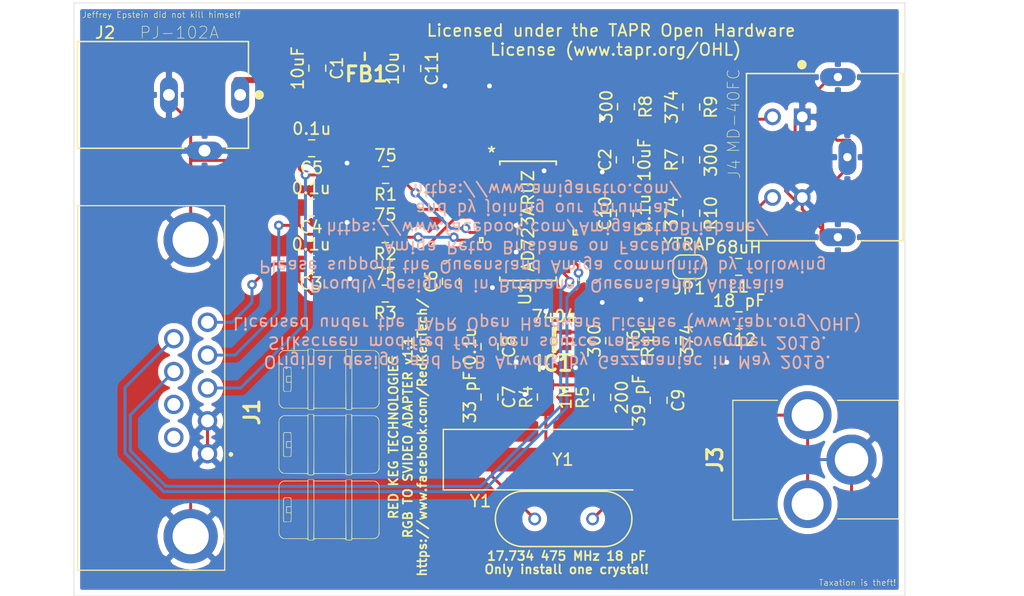
<source format=kicad_pcb>
(kicad_pcb (version 20171130) (host pcbnew 5.1.2-f72e74a~84~ubuntu16.04.1)
  (layers (0 F.Cu signal) (31 B.Cu signal) (34 B.Paste user) (35 F.Paste user) (36 B.SilkS user) (37 F.SilkS user) (38 B.Mask user) (39 F.Mask user hide) (44 Edge.Cuts user))
  (net 0 "")
  (net 1 GND)
  (net 2 +5V)
  (net 3 VCC)
  (net 4 /Blue)
  (net 5 /BIN)
  (net 6 /GIN)
  (net 7 /Green)
  (net 8 /Red)
  (net 9 /RIN)
  (net 10 "Net-(C7-Pad1)")
  (net 11 "Net-(C9-Pad2)")
  (net 12 /CLK)
  (net 13 /VSYNC)
  (net 14 /HSYNC)
  (net 15 /CV)
  (net 16 /Y)
  (net 17 /C)
  (net 18 /RT)
  (net 19 /GT)
  (net 20 /BT)
  (net 21 /CVSET)
  (net 22 "Net-(C12-Pad1)")
  (net 23 "Net-(IC1-Pad3)")
  (net 24 "Net-(J1-Pad7)")
  (net 25 "Net-(J1-Pad6)")
  (net 26 /YTRAP)
  (net 27 /YTRAP2)
  (net 28 /CSET)
  (net 29 /YSET)
  (module Gary_Collection:RedKeg1200 (layer F.Cu) (at 81.5 107.75 90)
    (fp_text reference G*** hide)
    (fp_text value LOGO hide)
  )
  (module Gary_Collection:RedKeg1200 (layer F.Cu) (at 81.5 102.25 90)
    (fp_text reference G*** hide)
    (fp_text value LOGO hide)
  )
  (module Gary_Collection:RedKeg1200 (layer F.Cu) (at 81.5 96.75 90)
    (fp_text reference G*** hide)
    (fp_text value LOGO hide)
  )
  (module Gary_Collection:CUI_PJ-102A (layer F.Cu) (at 67.5 72.75 180)
    (fp_text reference J2 (at 4.875 5.25) (layer F.SilkS) (effects (font (size 1.00069 1.00069))))
    (fp_text value PJ-102A (at -1.375 5.25) (layer F.SilkS) (effects (font (size 1.00033 1.00033) (thickness 0.05))))
    (fp_line (start -6 0.8) (end -7 0.8) (layer Edge.Cuts) (width 0.0001))
    (fp_line (start -7 0.8) (end -7 -0.8) (layer Edge.Cuts) (width 0.0001))
    (fp_line (start -7 -0.8) (end -6 -0.8) (layer Edge.Cuts) (width 0.0001))
    (fp_line (start -6 -0.8) (end -6 0.8) (layer Edge.Cuts) (width 0.0001))
    (fp_line (start 0 0.8) (end -1 0.8) (layer Edge.Cuts) (width 0.0001))
    (fp_line (start -1 0.8) (end -1 -0.8) (layer Edge.Cuts) (width 0.0001))
    (fp_line (start -1 -0.8) (end 0 -0.8) (layer Edge.Cuts) (width 0.0001))
    (fp_line (start 0 -0.8) (end 0 0.8) (layer Edge.Cuts) (width 0.0001))
    (fp_line (start -4.3 -4.2) (end -4.3 -5.2) (layer Edge.Cuts) (width 0.0001))
    (fp_line (start -4.3 -5.2) (end -2.7 -5.2) (layer Edge.Cuts) (width 0.0001))
    (fp_line (start -2.7 -5.2) (end -2.7 -4.2) (layer Edge.Cuts) (width 0.0001))
    (fp_line (start -2.7 -4.2) (end -4.3 -4.2) (layer Edge.Cuts) (width 0.0001))
    (pad 1 thru_hole oval (at -6.5 0 270) (size 3.016 1.508) (drill 1) (layers *.Cu *.Mask) (net 2 +5V))
    (pad 2 thru_hole oval (at -0.5 0 270) (size 3.016 1.508) (drill 1) (layers *.Cu *.Mask) (net 1 GND))
    (pad 3 thru_hole oval (at -3.5 -4.7) (size 3.016 1.508) (drill 1) (layers *.Cu *.Mask) (net 1 GND))
  )
  (module Gary_Collection:XTAL_HC49P488W43L1150T466H350 (layer F.Cu) (at 101.25 108.5)
    (fp_text reference XTAL_HC49P488W43L1150T466H350 hide)
    (fp_text value VAL** hide)
    (pad 2 thru_hole circle (at 2.44 0) (size 1.08 1.08) (drill 0.68) (layers *.Cu *.Mask) (net 11 "Net-(C9-Pad2)"))
    (pad 1 thru_hole circle (at -2.44 0) (size 1.08 1.08) (drill 0.68) (layers *.Cu *.Mask) (net 10 "Net-(C7-Pad1)"))
  )
  (module Capacitor_SMD:C_0805_2012Metric_Pad1.15x1.40mm_HandSolder (layer F.Cu) (at 80.5 70.5 270)
    (fp_text reference C1 (at 0 -1.65 90) (layer F.SilkS))
    (fp_text value 10uF (at 0 1.65 90) (layer F.SilkS))
    (pad 2 smd roundrect (at 1.025 0 270) (size 1.15 1.4) (layers F.Cu F.Paste F.Mask) (roundrect_rratio 0.217391) (net 1 GND))
    (pad 1 smd roundrect (at -1.025 0 270) (size 1.15 1.4) (layers F.Cu F.Paste F.Mask) (roundrect_rratio 0.217391) (net 2 +5V))
  )
  (module Capacitor_SMD:C_0805_2012Metric_Pad1.15x1.40mm_HandSolder (layer F.Cu) (at 106.4 78.225 90)
    (fp_text reference C2 (at 0 -1.65 90) (layer F.SilkS))
    (fp_text value 10uF (at 0 1.65 90) (layer F.SilkS))
    (pad 1 smd roundrect (at -1.025 0 90) (size 1.15 1.4) (layers F.Cu F.Paste F.Mask) (roundrect_rratio 0.217391) (net 3 VCC))
    (pad 2 smd roundrect (at 1.025 0 90) (size 1.15 1.4) (layers F.Cu F.Paste F.Mask) (roundrect_rratio 0.217391) (net 1 GND))
  )
  (module Capacitor_SMD:C_0805_2012Metric_Pad1.15x1.40mm_HandSolder (layer F.Cu) (at 79.975 87 180)
    (fp_text reference C3 (at 0 -1.65) (layer F.SilkS))
    (fp_text value 0.1u (at 0 1.65) (layer F.SilkS))
    (pad 2 smd roundrect (at 1.025 0 180) (size 1.15 1.4) (layers F.Cu F.Paste F.Mask) (roundrect_rratio 0.217391) (net 4 /Blue))
    (pad 1 smd roundrect (at -1.025 0 180) (size 1.15 1.4) (layers F.Cu F.Paste F.Mask) (roundrect_rratio 0.217391) (net 5 /BIN))
  )
  (module Capacitor_SMD:C_0805_2012Metric_Pad1.15x1.40mm_HandSolder (layer F.Cu) (at 79.975 82.25 180)
    (fp_text reference C4 (at 0 -1.65) (layer F.SilkS))
    (fp_text value 0.1u (at 0 1.65) (layer F.SilkS))
    (pad 1 smd roundrect (at -1.025 0 180) (size 1.15 1.4) (layers F.Cu F.Paste F.Mask) (roundrect_rratio 0.217391) (net 6 /GIN))
    (pad 2 smd roundrect (at 1.025 0 180) (size 1.15 1.4) (layers F.Cu F.Paste F.Mask) (roundrect_rratio 0.217391) (net 7 /Green))
  )
  (module Capacitor_SMD:C_0805_2012Metric_Pad1.15x1.40mm_HandSolder (layer F.Cu) (at 80.025 77.25 180)
    (fp_text reference C5 (at 0 -1.65) (layer F.SilkS))
    (fp_text value 0.1u (at 0 1.65) (layer F.SilkS))
    (pad 2 smd roundrect (at 1.025 0 180) (size 1.15 1.4) (layers F.Cu F.Paste F.Mask) (roundrect_rratio 0.217391) (net 8 /Red))
    (pad 1 smd roundrect (at -1.025 0 180) (size 1.15 1.4) (layers F.Cu F.Paste F.Mask) (roundrect_rratio 0.217391) (net 9 /RIN))
  )
  (module Capacitor_SMD:C_0805_2012Metric_Pad1.15x1.40mm_HandSolder (layer F.Cu) (at 91.75 88.475 90)
    (fp_text reference C6 (at 0 -1.65 90) (layer F.SilkS))
    (fp_text value .1u)
    (pad 1 smd roundrect (at -1.025 0 90) (size 1.15 1.4) (layers F.Cu F.Paste F.Mask) (roundrect_rratio 0.217391) (net 1 GND))
    (pad 2 smd roundrect (at 1.025 0 90) (size 1.15 1.4) (layers F.Cu F.Paste F.Mask) (roundrect_rratio 0.217391) (net 3 VCC))
  )
  (module Capacitor_SMD:C_0805_2012Metric_Pad1.15x1.40mm_HandSolder (layer F.Cu) (at 95 98.225 270)
    (fp_text reference C7 (at 0 -1.65 90) (layer F.SilkS))
    (fp_text value "33 pF" (at 0 1.65 90) (layer F.SilkS))
    (pad 1 smd roundrect (at -1.025 0 270) (size 1.15 1.4) (layers F.Cu F.Paste F.Mask) (roundrect_rratio 0.217391) (net 10 "Net-(C7-Pad1)"))
    (pad 2 smd roundrect (at 1.025 0 270) (size 1.15 1.4) (layers F.Cu F.Paste F.Mask) (roundrect_rratio 0.217391) (net 1 GND))
  )
  (module Capacitor_SMD:C_0805_2012Metric_Pad1.15x1.40mm_HandSolder (layer F.Cu) (at 95 93.975 270)
    (fp_text reference C8 (at 0 -1.65 90) (layer F.SilkS))
    (fp_text value 0.1u (at 0 1.65 90) (layer F.SilkS))
    (pad 1 smd roundrect (at -1.025 0 270) (size 1.15 1.4) (layers F.Cu F.Paste F.Mask) (roundrect_rratio 0.217391) (net 3 VCC))
    (pad 2 smd roundrect (at 1.025 0 270) (size 1.15 1.4) (layers F.Cu F.Paste F.Mask) (roundrect_rratio 0.217391) (net 1 GND))
  )
  (module Capacitor_SMD:C_0805_2012Metric_Pad1.15x1.40mm_HandSolder (layer F.Cu) (at 109.25 98.5 270)
    (fp_text reference C9 (at 0 -1.65 90) (layer F.SilkS))
    (fp_text value "39 pF" (at 0 1.65 90) (layer F.SilkS))
    (pad 2 smd roundrect (at 1.025 0 270) (size 1.15 1.4) (layers F.Cu F.Paste F.Mask) (roundrect_rratio 0.217391) (net 11 "Net-(C9-Pad2)"))
    (pad 1 smd roundrect (at -1.025 0 270) (size 1.15 1.4) (layers F.Cu F.Paste F.Mask) (roundrect_rratio 0.217391) (net 1 GND))
  )
  (module Capacitor_SMD:C_0805_2012Metric_Pad1.15x1.40mm_HandSolder (layer F.Cu) (at 106.4 82.725 90)
    (fp_text reference C10 (at 0 -1.65 90) (layer F.SilkS))
    (fp_text value 0.1u (at 0 1.65 90) (layer F.SilkS))
    (pad 2 smd roundrect (at 1.025 0 90) (size 1.15 1.4) (layers F.Cu F.Paste F.Mask) (roundrect_rratio 0.217391) (net 1 GND))
    (pad 1 smd roundrect (at -1.025 0 90) (size 1.15 1.4) (layers F.Cu F.Paste F.Mask) (roundrect_rratio 0.217391) (net 3 VCC))
  )
  (module Capacitor_SMD:C_0805_2012Metric_Pad1.15x1.40mm_HandSolder (layer F.Cu) (at 88.5 70.525 270)
    (fp_text reference C11 (at 0 -1.65 90) (layer F.SilkS))
    (fp_text value 10u (at 0 1.65 90) (layer F.SilkS))
    (pad 1 smd roundrect (at -1.025 0 270) (size 1.15 1.4) (layers F.Cu F.Paste F.Mask) (roundrect_rratio 0.217391) (net 3 VCC))
    (pad 2 smd roundrect (at 1.025 0 270) (size 1.15 1.4) (layers F.Cu F.Paste F.Mask) (roundrect_rratio 0.217391) (net 1 GND))
  )
  (module Gary_Collection:BEADC1608X95N (layer F.Cu) (at 84.5 69.5)
    (fp_text reference FB1 (at 0.125 1.5) (layer F.SilkS) (effects (font (size 1.27 1.27) (thickness 0.254))))
    (fp_text value BLM18AG102SZ1D hide)
    (pad 2 smd rect (at 0.8 0) (size 0.85 1) (layers F.Cu F.Paste) (net 3 VCC))
    (pad 1 smd rect (at -0.8 0) (size 0.85 1) (layers F.Cu F.Paste) (net 2 +5V))
  )
  (module Gary_Collection:SOT65P210X110-6N (layer F.Cu) (at 100.45 93.4 180)
    (fp_text reference IC1 (at 0 -2) (layer F.SilkS) (effects (font (size 1.27 1.27) (thickness 0.254))))
    (fp_text value 74LVC2G04GW,125 hide)
    (fp_text user 7404 (at 0 2) (layer F.SilkS))
    (pad 6 smd rect (at 0.95 -0.65 270) (size 0.45 1) (layers F.Cu F.Paste) (net 23 "Net-(IC1-Pad3)"))
    (pad 5 smd rect (at 0.95 0 270) (size 0.45 1) (layers F.Cu F.Paste) (net 3 VCC))
    (pad 4 smd rect (at 0.95 0.65 270) (size 0.45 1) (layers F.Cu F.Paste) (net 12 /CLK))
    (pad 3 smd rect (at -0.95 0.65 270) (size 0.45 1) (layers F.Cu F.Paste) (net 23 "Net-(IC1-Pad3)"))
    (pad 2 smd rect (at -0.95 0 270) (size 0.45 1) (layers F.Cu F.Paste) (net 1 GND))
    (pad 1 smd rect (at -0.95 -0.65 270) (size 0.45 1) (layers F.Cu F.Paste) (net 10 "Net-(C7-Pad1)"))
  )
  (module Gary_Collection:1523409 (layer F.Cu) (at 71.25 103 90)
    (fp_text reference J1 (at 3.5 3.75 270) (layer F.SilkS) (effects (font (size 1.27 1.27) (thickness 0.254))))
    (fp_text value 152-3409 hide)
    (pad MH2 thru_hole circle (at 18.037 -1.42 90) (size 4.575 4.575) (drill 3.05) (layers *.Cu *.Mask) (net 1 GND))
    (pad MH1 thru_hole circle (at -6.957 -1.42 90) (size 4.575 4.575) (drill 3.05) (layers *.Cu *.Mask) (net 1 GND))
    (pad 9 thru_hole circle (at 9.695 -2.84 90) (size 1.635 1.635) (drill 1.09) (layers *.Cu *.Mask) (net 13 /VSYNC))
    (pad 8 thru_hole circle (at 6.925 -2.84 90) (size 1.635 1.635) (drill 1.09) (layers *.Cu *.Mask) (net 14 /HSYNC))
    (pad 7 thru_hole circle (at 4.155 -2.84 90) (size 1.635 1.635) (drill 1.09) (layers *.Cu *.Mask) (net 24 "Net-(J1-Pad7)"))
    (pad 6 thru_hole circle (at 1.385 -2.84 90) (size 1.635 1.635) (drill 1.09) (layers *.Cu *.Mask) (net 25 "Net-(J1-Pad6)"))
    (pad 5 thru_hole circle (at 11.08 0 90) (size 1.635 1.635) (drill 1.09) (layers *.Cu *.Mask) (net 4 /Blue))
    (pad 4 thru_hole circle (at 8.31 0 90) (size 1.635 1.635) (drill 1.09) (layers *.Cu *.Mask) (net 7 /Green))
    (pad 3 thru_hole circle (at 5.54 0 90) (size 1.635 1.635) (drill 1.09) (layers *.Cu *.Mask) (net 8 /Red))
    (pad 2 thru_hole circle (at 2.77 0 90) (size 1.635 1.635) (drill 1.09) (layers *.Cu *.Mask) (net 1 GND))
    (pad 1 thru_hole circle (at 0 0 90) (size 1.635 1.635) (drill 1.09) (layers *.Cu *.Mask) (net 1 GND))
  )
  (module Gary_Collection:PJRAN1X1U03AUX (layer F.Cu) (at 127.25 103.5 90)
    (fp_text reference J3 (at 0 -13.25 90) (layer F.SilkS) (effects (font (size 1.27 1.27) (thickness 0.254))))
    (fp_text value PJRAN1X1U03AUX hide)
    (pad 3 thru_hole circle (at 3.75 -5.45 90) (size 4.039 4.039) (drill 2.6926) (layers *.Cu *.Mask) (net 15 /CV))
    (pad 2 thru_hole circle (at -3.75 -5.45 90) (size 4.039 4.039) (drill 2.6926) (layers *.Cu *.Mask) (net 15 /CV))
    (pad 1 thru_hole circle (at 0 -1.75 90) (size 4.227 4.227) (drill 2.8178) (layers *.Cu *.Mask) (net 1 GND))
  )
  (module Resistor_SMD:R_0805_2012Metric_Pad1.15x1.40mm_HandSolder (layer F.Cu) (at 86.25 79.5 180)
    (fp_text reference R1 (at 0 -1.65) (layer F.SilkS))
    (fp_text value 75 (at 0 1.65) (layer F.SilkS))
    (pad 1 smd roundrect (at -1.025 0 180) (size 1.15 1.4) (layers F.Cu F.Paste F.Mask) (roundrect_rratio 0.217391) (net 18 /RT))
    (pad 2 smd roundrect (at 1.025 0 180) (size 1.15 1.4) (layers F.Cu F.Paste F.Mask) (roundrect_rratio 0.217391) (net 8 /Red))
  )
  (module Resistor_SMD:R_0805_2012Metric_Pad1.15x1.40mm_HandSolder (layer F.Cu) (at 86.225 84.5 180)
    (fp_text reference R2 (at 0 -1.65) (layer F.SilkS))
    (fp_text value 75 (at 0 1.65) (layer F.SilkS))
    (pad 2 smd roundrect (at 1.025 0 180) (size 1.15 1.4) (layers F.Cu F.Paste F.Mask) (roundrect_rratio 0.217391) (net 7 /Green))
    (pad 1 smd roundrect (at -1.025 0 180) (size 1.15 1.4) (layers F.Cu F.Paste F.Mask) (roundrect_rratio 0.217391) (net 19 /GT))
  )
  (module Resistor_SMD:R_0805_2012Metric_Pad1.15x1.40mm_HandSolder (layer F.Cu) (at 86.225 89.5 180)
    (fp_text reference R3 (at 0 -1.65) (layer F.SilkS))
    (fp_text value 75 (at 0 1.65) (layer F.SilkS))
    (pad 1 smd roundrect (at -1.025 0 180) (size 1.15 1.4) (layers F.Cu F.Paste F.Mask) (roundrect_rratio 0.217391) (net 20 /BT))
    (pad 2 smd roundrect (at 1.025 0 180) (size 1.15 1.4) (layers F.Cu F.Paste F.Mask) (roundrect_rratio 0.217391) (net 4 /Blue))
  )
  (module Resistor_SMD:R_0805_2012Metric_Pad1.15x1.40mm_HandSolder (layer F.Cu) (at 99.75 98.225 90)
    (fp_text reference R4 (at 0 -1.65 90) (layer F.SilkS))
    (fp_text value 1M (at 0 1.65 90) (layer F.SilkS))
    (pad 1 smd roundrect (at -1.025 0 90) (size 1.15 1.4) (layers F.Cu F.Paste F.Mask) (roundrect_rratio 0.217391) (net 10 "Net-(C7-Pad1)"))
    (pad 2 smd roundrect (at 1.025 0 90) (size 1.15 1.4) (layers F.Cu F.Paste F.Mask) (roundrect_rratio 0.217391) (net 23 "Net-(IC1-Pad3)"))
  )
  (module Resistor_SMD:R_0805_2012Metric_Pad1.15x1.40mm_HandSolder (layer F.Cu) (at 104.5 98.25 90)
    (fp_text reference R5 (at 0 -1.65 90) (layer F.SilkS))
    (fp_text value 200 (at 0 1.65 90) (layer F.SilkS))
    (pad 2 smd roundrect (at 1.025 0 90) (size 1.15 1.4) (layers F.Cu F.Paste F.Mask) (roundrect_rratio 0.217391) (net 23 "Net-(IC1-Pad3)"))
    (pad 1 smd roundrect (at -1.025 0 90) (size 1.15 1.4) (layers F.Cu F.Paste F.Mask) (roundrect_rratio 0.217391) (net 11 "Net-(C9-Pad2)"))
  )
  (module Resistor_SMD:R_0805_2012Metric_Pad1.15x1.40mm_HandSolder (layer F.Cu) (at 105.5 93.475 270)
    (fp_text reference R6 (at 0 -1.65 90) (layer F.SilkS))
    (fp_text value 300 (at 0 1.65 90) (layer F.SilkS))
    (pad 2 smd roundrect (at 1.025 0 270) (size 1.15 1.4) (layers F.Cu F.Paste F.Mask) (roundrect_rratio 0.217391) (net 1 GND))
    (pad 1 smd roundrect (at -1.025 0 270) (size 1.15 1.4) (layers F.Cu F.Paste F.Mask) (roundrect_rratio 0.217391) (net 21 /CVSET))
  )
  (module Resistor_SMD:R_0805_2012Metric_Pad1.15x1.40mm_HandSolder (layer F.Cu) (at 112 78.225 90)
    (fp_text reference R7 (at 0 -1.65 90) (layer F.SilkS))
    (fp_text value 300 (at 0 1.65 90) (layer F.SilkS))
    (pad 2 smd roundrect (at 1.025 0 90) (size 1.15 1.4) (layers F.Cu F.Paste F.Mask) (roundrect_rratio 0.217391) (net 1 GND))
    (pad 1 smd roundrect (at -1.025 0 90) (size 1.15 1.4) (layers F.Cu F.Paste F.Mask) (roundrect_rratio 0.217391) (net 28 /CSET))
  )
  (module Resistor_SMD:R_0805_2012Metric_Pad1.15x1.40mm_HandSolder (layer F.Cu) (at 106.5 73.75 270)
    (fp_text reference R8 (at 0 -1.65 90) (layer F.SilkS))
    (fp_text value 300 (at 0 1.65 90) (layer F.SilkS))
    (pad 2 smd roundrect (at 1.025 0 270) (size 1.15 1.4) (layers F.Cu F.Paste F.Mask) (roundrect_rratio 0.217391) (net 1 GND))
    (pad 1 smd roundrect (at -1.025 0 270) (size 1.15 1.4) (layers F.Cu F.Paste F.Mask) (roundrect_rratio 0.217391) (net 29 /YSET))
  )
  (module Resistor_SMD:R_0805_2012Metric_Pad1.15x1.40mm_HandSolder (layer F.Cu) (at 112 73.775 270)
    (fp_text reference R9 (at 0 -1.65 90) (layer F.SilkS))
    (fp_text value 374 (at 0 1.65 90) (layer F.SilkS))
    (pad 1 smd roundrect (at -1.025 0 270) (size 1.15 1.4) (layers F.Cu F.Paste F.Mask) (roundrect_rratio 0.217391) (net 29 /YSET))
    (pad 2 smd roundrect (at 1.025 0 270) (size 1.15 1.4) (layers F.Cu F.Paste F.Mask) (roundrect_rratio 0.217391) (net 16 /Y))
  )
  (module Resistor_SMD:R_0805_2012Metric_Pad1.15x1.40mm_HandSolder (layer F.Cu) (at 112 82.725 270)
    (fp_text reference R10 (at 0 -1.65 90) (layer F.SilkS))
    (fp_text value 374 (at 0 1.65 90) (layer F.SilkS))
    (pad 1 smd roundrect (at -1.025 0 270) (size 1.15 1.4) (layers F.Cu F.Paste F.Mask) (roundrect_rratio 0.217391) (net 28 /CSET))
    (pad 2 smd roundrect (at 1.025 0 270) (size 1.15 1.4) (layers F.Cu F.Paste F.Mask) (roundrect_rratio 0.217391) (net 17 /C))
  )
  (module Resistor_SMD:R_0805_2012Metric_Pad1.15x1.40mm_HandSolder (layer F.Cu) (at 110 93.475 90)
    (fp_text reference R11 (at 0 -1.65 90) (layer F.SilkS))
    (fp_text value 374 (at 0 1.65 90) (layer F.SilkS))
    (pad 1 smd roundrect (at -1.025 0 90) (size 1.15 1.4) (layers F.Cu F.Paste F.Mask) (roundrect_rratio 0.217391) (net 21 /CVSET))
    (pad 2 smd roundrect (at 1.025 0 90) (size 1.15 1.4) (layers F.Cu F.Paste F.Mask) (roundrect_rratio 0.217391) (net 15 /CV))
  )
  (module Gary_Collection:AD723ARUZ (layer F.Cu) (at 98.25 83.375002)
    (fp_text reference U1 (at -0.25 6.124998 90) (layer F.SilkS))
    (fp_text value AD723ARUZ (at 0 0 90) (layer F.SilkS))
    (fp_text user * (at -3.0734 -5.7236) (layer F.SilkS))
    (pad 28 smd rect (at 2.8194 -4.225) (size 1.4732 0.3556) (layers F.Cu F.Paste F.Mask) (net 1 GND))
    (pad 27 smd rect (at 2.8194 -3.574999) (size 1.4732 0.3556) (layers F.Cu F.Paste F.Mask) (net 29 /YSET))
    (pad 26 smd rect (at 2.8194 -2.925) (size 1.4732 0.3556) (layers F.Cu F.Paste F.Mask) (net 16 /Y))
    (pad 25 smd rect (at 2.8194 -2.274999) (size 1.4732 0.3556) (layers F.Cu F.Paste F.Mask) (net 3 VCC))
    (pad 24 smd rect (at 2.8194 -1.625001) (size 1.4732 0.3556) (layers F.Cu F.Paste F.Mask) (net 28 /CSET))
    (pad 23 smd rect (at 2.8194 -0.974999) (size 1.4732 0.3556) (layers F.Cu F.Paste F.Mask) (net 17 /C))
    (pad 22 smd rect (at 2.8194 -0.325001) (size 1.4732 0.3556) (layers F.Cu F.Paste F.Mask) (net 3 VCC))
    (pad 21 smd rect (at 2.8194 0.325001) (size 1.4732 0.3556) (layers F.Cu F.Paste F.Mask) (net 26 /YTRAP))
    (pad 20 smd rect (at 2.8194 0.974999) (size 1.4732 0.3556) (layers F.Cu F.Paste F.Mask) (net 15 /CV))
    (pad 19 smd rect (at 2.8194 1.625001) (size 1.4732 0.3556) (layers F.Cu F.Paste F.Mask) (net 21 /CVSET))
    (pad 18 smd rect (at 2.8194 2.274999) (size 1.4732 0.3556) (layers F.Cu F.Paste F.Mask) (net 3 VCC))
    (pad 17 smd rect (at 2.8194 2.925) (size 1.4732 0.3556) (layers F.Cu F.Paste F.Mask) (net 12 /CLK))
    (pad 16 smd rect (at 2.8194 3.574999) (size 1.4732 0.3556) (layers F.Cu F.Paste F.Mask) (net 13 /VSYNC))
    (pad 15 smd rect (at 2.8194 4.225) (size 1.4732 0.3556) (layers F.Cu F.Paste F.Mask) (net 14 /HSYNC))
    (pad 14 smd rect (at -2.8194 4.224998) (size 1.4732 0.3556) (layers F.Cu F.Paste F.Mask) (net 1 GND))
    (pad 13 smd rect (at -2.8194 3.574999) (size 1.4732 0.3556) (layers F.Cu F.Paste F.Mask) (net 3 VCC))
    (pad 12 smd rect (at -2.8194 2.924998) (size 1.4732 0.3556) (layers F.Cu F.Paste F.Mask) (net 1 GND))
    (pad 11 smd rect (at -2.8194 2.274999) (size 1.4732 0.3556) (layers F.Cu F.Paste F.Mask) (net 20 /BT))
    (pad 10 smd rect (at -2.8194 1.624998) (size 1.4732 0.3556) (layers F.Cu F.Paste F.Mask) (net 19 /GT))
    (pad 9 smd rect (at -2.8194 0.974999) (size 1.4732 0.3556) (layers F.Cu F.Paste F.Mask) (net 18 /RT))
    (pad 8 smd rect (at -2.8194 0.324998) (size 1.4732 0.3556) (layers F.Cu F.Paste F.Mask) (net 1 GND))
    (pad 7 smd rect (at -2.8194 -0.325001) (size 1.4732 0.3556) (layers F.Cu F.Paste F.Mask) (net 5 /BIN))
    (pad 6 smd rect (at -2.8194 -0.974999) (size 1.4732 0.3556) (layers F.Cu F.Paste F.Mask) (net 6 /GIN))
    (pad 5 smd rect (at -2.8194 -1.625001) (size 1.4732 0.3556) (layers F.Cu F.Paste F.Mask) (net 9 /RIN))
    (pad 4 smd rect (at -2.8194 -2.274999) (size 1.4732 0.3556) (layers F.Cu F.Paste F.Mask) (net 3 VCC))
    (pad 3 smd rect (at -2.8194 -2.925) (size 1.4732 0.3556) (layers F.Cu F.Paste F.Mask) (net 3 VCC))
    (pad 2 smd rect (at -2.8194 -3.574999) (size 1.4732 0.3556) (layers F.Cu F.Paste F.Mask) (net 1 GND))
    (pad 1 smd rect (at -2.8194 -4.225) (size 1.4732 0.3556) (layers F.Cu F.Paste F.Mask) (net 1 GND))
  )
  (module Crystal:Crystal_SMD_HC49-SD_HandSoldering (layer F.Cu) (at 101.1875 103.5)
    (fp_text reference Y1 (at -6.9375 3.5) (layer F.SilkS))
    (fp_text value "17.734 475 MHz 18 pF" (at 0.3125 8.125) (layer F.SilkS) (effects (font (size 0.75 0.75))))
    (fp_text user %R (at 0 0) (layer F.SilkS))
    (pad 1 smd rect (at -5.9375 0) (size 7.875 2) (layers F.Cu F.Paste F.Mask) (net 10 "Net-(C7-Pad1)"))
    (pad 2 smd rect (at 5.9375 0) (size 7.875 2) (layers F.Cu F.Paste F.Mask) (net 11 "Net-(C9-Pad2)"))
  )
  (module Capacitor_SMD:C_0805_2012Metric_Pad1.15x1.40mm_HandSolder (layer F.Cu) (at 116.025 91.75 180)
    (fp_text reference C12 (at 0 -1.65) (layer F.SilkS))
    (fp_text value "18 pF" (at 0 1.65) (layer F.SilkS))
    (pad 1 smd roundrect (at -1.025 0 180) (size 1.15 1.4) (layers F.Cu F.Paste F.Mask) (roundrect_rratio 0.217391) (net 22 "Net-(C12-Pad1)"))
    (pad 2 smd roundrect (at 1.025 0 180) (size 1.15 1.4) (layers F.Cu F.Paste F.Mask) (roundrect_rratio 0.217391) (net 1 GND))
  )
  (module Inductor_SMD:L_0805_2012Metric_Pad1.15x1.40mm_HandSolder (layer F.Cu) (at 116 87.25 180)
    (fp_text reference L1 (at 0 -1.65) (layer F.SilkS))
    (fp_text value 68uH (at 0 1.65) (layer F.SilkS))
    (pad 1 smd roundrect (at -1.025 0 180) (size 1.15 1.4) (layers F.Cu F.Paste F.Mask) (roundrect_rratio 0.217391) (net 22 "Net-(C12-Pad1)"))
    (pad 2 smd roundrect (at 1.025 0 180) (size 1.15 1.4) (layers F.Cu F.Paste F.Mask) (roundrect_rratio 0.217391) (net 27 /YTRAP2))
  )
  (module Jumper:SolderJumper-2_P1.3mm_Bridged_RoundedPad1.0x1.5mm (layer F.Cu) (at 111.85 87.25 180)
    (fp_text reference JP1 (at 0 -1.8) (layer F.SilkS))
    (fp_text value YTRAP (at 0 1.9) (layer F.SilkS))
    (fp_poly (pts (xy 0.25 -0.3) (xy -0.25 -0.3) (xy -0.25 0.3) (xy 0.25 0.3)) (layer F.Cu) (width 0))
    (pad 2 smd custom (at 0.65 0 180) (size 1 0.5) (layers F.Cu F.Mask) (net 26 /YTRAP) (options (clearance outline) (anchor rect)) (primitives (gr_circle (center 0 0.25) (end 0.5 0.25) (width 0)) (gr_circle (center 0 -0.25) (end 0.5 -0.25) (width 0)) (gr_poly (pts (xy 0 -0.75) (xy -0.5 -0.75) (xy -0.5 0.75) (xy 0 0.75)) (width 0))))
    (pad 1 smd custom (at -0.65 0 180) (size 1 0.5) (layers F.Cu F.Mask) (net 27 /YTRAP2) (options (clearance outline) (anchor rect)) (primitives (gr_circle (center 0 0.25) (end 0.5 0.25) (width 0)) (gr_circle (center 0 -0.25) (end 0.5 -0.25) (width 0)) (gr_poly (pts (xy 0 -0.75) (xy 0.5 -0.75) (xy 0.5 0.75) (xy 0 0.75)) (width 0))))
  )
  (module Gary_Collection:CUI_MD-40FC (layer F.Cu) (at 123.25 78 270)
    (fp_text reference J4 (at 1 7.625 90) (layer F.SilkS) (effects (font (size 1.00154 1.00154) (thickness 0.05))))
    (fp_text value MD-40FC (at -3.91438 7.68359 90) (layer F.SilkS) (effects (font (size 1.00112 1.00112) (thickness 0.05))))
    (fp_line (start -7.1 -2.2) (end -7.1 0) (layer Edge.Cuts) (width 0.0001))
    (fp_line (start -7.1 0) (end -6.4 0) (layer Edge.Cuts) (width 0.0001))
    (fp_line (start -6.4 0) (end -6.4 -2.2) (layer Edge.Cuts) (width 0.0001))
    (fp_line (start -6.4 -2.2) (end -7.1 -2.2) (layer Edge.Cuts) (width 0.0001))
    (fp_line (start 6.4 -2.2) (end 6.4 0) (layer Edge.Cuts) (width 0.0001))
    (fp_line (start 6.4 0) (end 7.1 0) (layer Edge.Cuts) (width 0.0001))
    (fp_line (start 7.1 0) (end 7.1 -2.2) (layer Edge.Cuts) (width 0.0001))
    (fp_line (start 7.1 -2.2) (end 6.4 -2.2) (layer Edge.Cuts) (width 0.0001))
    (fp_line (start -1.1 -1.55) (end 1.1 -1.55) (layer Edge.Cuts) (width 0.0001))
    (fp_line (start 1.1 -1.55) (end 1.1 -2.25) (layer Edge.Cuts) (width 0.0001))
    (fp_line (start 1.1 -2.25) (end -1.1 -2.25) (layer Edge.Cuts) (width 0.0001))
    (fp_line (start -1.1 -2.25) (end -1.1 -1.55) (layer Edge.Cuts) (width 0.0001))
    (pad MH1 thru_hole oval (at -6.75 -1.1) (size 3 1.5) (drill 0.7) (layers *.Cu *.Mask) (net 1 GND))
    (pad MH3 thru_hole oval (at 6.75 -1.1) (size 3 1.5) (drill 0.7) (layers *.Cu *.Mask) (net 1 GND))
    (pad 1 thru_hole rect (at -3.4 1.9 270) (size 1.408 1.408) (drill 0.9) (layers *.Cu *.Mask) (net 1 GND))
    (pad 2 thru_hole circle (at 3.4 1.9 270) (size 1.408 1.408) (drill 0.9) (layers *.Cu *.Mask) (net 1 GND))
    (pad 3 thru_hole circle (at -3.4 4.4 270) (size 1.408 1.408) (drill 0.9) (layers *.Cu *.Mask) (net 16 /Y))
    (pad MH2 thru_hole oval (at 0 -1.9 90) (size 3 1.5) (drill 0.7) (layers *.Cu *.Mask) (net 1 GND))
    (pad 4 thru_hole circle (at 3.4 4.4 270) (size 1.408 1.408) (drill 0.9) (layers *.Cu *.Mask) (net 17 /C))
  )
  (gr_text "Taxation is theft!" (at 126 113.875) (layer F.SilkS) (effects (font (size 0.5 0.5) (thickness 0.05))))
  (gr_text "Jeffrey Epstein did not kill himself" (at 67.375 66) (layer F.SilkS) (effects (font (size 0.5 0.5) (thickness 0.05))))
  (gr_text "Licensed under the TAPR Open Hardware \nLicense (www.tapr.org/OHL)" (at 105.625 68.125) (layer F.SilkS) (effects (font (size 1 1))))
  (gr_text "Original design and PCB Artwork by Gazzmaniac in May 2019.\nSilkscreen modified for open source release November 2019.\nLicensed under the TAPR Open Hardware License (www.tapr.org/OHL)\n\nProudly designed in Brisbane, Queensland, Australia\nPlease support the Queensland Amiga community by following \nAmiga Retro Brisbane on Facebook \nhttps://www.facebook.com/AmigaRetroBrisbane/\nand by joining our forum at \nhttps://www.amigaretro.com/" (at 99.875 88 180) (layer B.SilkS) (effects (font (size 1 1)) (justify mirror)))
  (gr_text "RED KEG TECHNOLOGIES\nRGB TO SVIDEO ADAPTER v1.1\nhttps://www.facebook.com/RedKegTech/" (at 88.125 101.625 90) (layer F.SilkS) (effects (font (size 0.75 0.75))))
  (gr_text "Only install one crystal!" (at 101.5 112.75) (layer F.SilkS) (effects (font (size 0.75 0.75))))
  (gr_line (start 130 65) (end 60 65) (layer Edge.Cuts) (width 0.05))
  (gr_line (start 130 115) (end 130 65) (layer Edge.Cuts) (width 0.05))
  (gr_line (start 60 115) (end 130 115) (layer Edge.Cuts) (width 0.05))
  (gr_line (start 60 65) (end 60 115) (layer Edge.Cuts) (width 0.05))
  (via (at 91.25 72) (size 0.8) (drill 0.4) (layers F.Cu B.Cu) (net 1))
  (via (at 95 72) (size 0.8) (drill 0.4) (layers F.Cu B.Cu) (net 1))
  (segment (start 91.25 72) (end 95 72) (width 0.25) (layer B.Cu) (net 1))
  (via (at 95.25 89) (size 0.8) (drill 0.4) (layers F.Cu B.Cu) (net 1))
  (via (at 99.5 95.75) (size 0.8) (drill 0.4) (layers F.Cu B.Cu) (net 1))
  (via (at 97.25 95.25) (size 0.8) (drill 0.4) (layers F.Cu B.Cu) (net 1))
  (via (at 107.75 90) (size 0.8) (drill 0.4) (layers F.Cu B.Cu) (net 1))
  (via (at 104.5 74.75) (size 0.8) (drill 0.4) (layers F.Cu B.Cu) (net 1))
  (via (at 102.25 95.75) (size 0.8) (drill 0.4) (layers F.Cu B.Cu) (net 1))
  (via (at 115 95.3) (size 0.8) (drill 0.4) (layers F.Cu B.Cu) (net 1))
  (segment (start 69.83 104.42) (end 71.25 103) (width 0.25) (layer F.Cu) (net 1))
  (segment (start 69.83 109.957) (end 69.83 104.42) (width 0.25) (layer F.Cu) (net 1))
  (segment (start 71.25 101.386119) (end 71.25 103) (width 0.25) (layer F.Cu) (net 1))
  (segment (start 71.25 100.23) (end 71.25 101.386119) (width 0.25) (layer F.Cu) (net 1))
  (segment (start 71.25 103) (end 68.85 105.4) (width 0.25) (layer F.Cu) (net 1))
  (segment (start 68.85 105.4) (end 65.5 105.4) (width 0.25) (layer F.Cu) (net 1))
  (segment (start 65.5 105.4) (end 64.7 104.6) (width 0.25) (layer F.Cu) (net 1))
  (segment (start 64.7 90.093) (end 69.83 84.963) (width 0.25) (layer F.Cu) (net 1))
  (segment (start 64.7 104.6) (end 64.7 90.093) (width 0.25) (layer F.Cu) (net 1))
  (segment (start 69.83 77.129584) (end 69.87494 77.084644) (width 0.25) (layer F.Cu) (net 1))
  (segment (start 71.47494 77.27506) (end 71.47494 77.62494) (width 0.25) (layer F.Cu) (net 1))
  (segment (start 71 77.45) (end 71 77.27506) (width 0.25) (layer F.Cu) (net 1))
  (segment (start 71 77.27506) (end 71.47494 77.27506) (width 0.25) (layer F.Cu) (net 1))
  (segment (start 106.5 77.1) (end 106.4 77.2) (width 0.25) (layer F.Cu) (net 1))
  (segment (start 107.2 77.2) (end 112 77.2) (width 0.25) (layer F.Cu) (net 1))
  (segment (start 106.4 77.2) (end 107.2 77.2) (width 0.25) (layer F.Cu) (net 1))
  (segment (start 106.4 77.2) (end 104.449998 79.150002) (width 0.25) (layer F.Cu) (net 1))
  (segment (start 115 95.3) (end 115 102.3) (width 0.25) (layer B.Cu) (net 1))
  (segment (start 116.2 103.5) (end 125.5 103.5) (width 0.25) (layer B.Cu) (net 1))
  (segment (start 115 102.3) (end 116.2 103.5) (width 0.25) (layer B.Cu) (net 1))
  (segment (start 125.5 110.25) (end 123.25 112.5) (width 0.25) (layer F.Cu) (net 1))
  (segment (start 125.5 103.5) (end 125.5 110.25) (width 0.25) (layer F.Cu) (net 1))
  (segment (start 89.25 108) (end 89.25 101.25) (width 0.25) (layer F.Cu) (net 1))
  (segment (start 123.25 112.5) (end 93.75 112.5) (width 0.25) (layer F.Cu) (net 1))
  (segment (start 93.75 112.5) (end 89.25 108) (width 0.25) (layer F.Cu) (net 1))
  (segment (start 91.25 99.25) (end 95 99.25) (width 0.25) (layer F.Cu) (net 1))
  (segment (start 89.25 101.25) (end 91.25 99.25) (width 0.25) (layer F.Cu) (net 1))
  (segment (start 102.7 95.3) (end 102.25 95.75) (width 0.25) (layer B.Cu) (net 1))
  (segment (start 102.25 95.184315) (end 102.5 94.934315) (width 0.25) (layer F.Cu) (net 1))
  (segment (start 102.25 95.75) (end 102.25 95.184315) (width 0.25) (layer F.Cu) (net 1))
  (segment (start 102.15 93.4) (end 101.4 93.4) (width 0.25) (layer F.Cu) (net 1))
  (segment (start 102.5 93.75) (end 102.15 93.4) (width 0.25) (layer F.Cu) (net 1))
  (segment (start 102.5 94.934315) (end 102.5 93.75) (width 0.25) (layer F.Cu) (net 1))
  (segment (start 69.83 75.070416) (end 68.634644 73.87506) (width 0.25) (layer F.Cu) (net 1))
  (segment (start 69.83 79.17) (end 69.83 75.070416) (width 0.25) (layer F.Cu) (net 1))
  (segment (start 69.83 84.963) (end 69.83 79.17) (width 0.25) (layer F.Cu) (net 1))
  (segment (start 69.93506 78.27506) (end 69.83 78.17) (width 0.25) (layer F.Cu) (net 1))
  (segment (start 73.74994 78.27506) (end 69.93506 78.27506) (width 0.25) (layer F.Cu) (net 1))
  (segment (start 80.5 71.525) (end 73.74994 78.27506) (width 0.25) (layer F.Cu) (net 1))
  (segment (start 69.83 79.17) (end 69.83 78.17) (width 0.25) (layer F.Cu) (net 1))
  (segment (start 69.83 78.17) (end 69.83 77.129584) (width 0.25) (layer F.Cu) (net 1))
  (segment (start 88.475 71.525) (end 88.5 71.55) (width 0.25) (layer F.Cu) (net 1))
  (segment (start 80.5 71.525) (end 88.475 71.525) (width 0.25) (layer F.Cu) (net 1))
  (segment (start 95.4306 79.800003) (end 95.4306 79.150002) (width 0.25) (layer F.Cu) (net 1))
  (segment (start 95.4306 79.150002) (end 99.599998 79.150002) (width 0.25) (layer F.Cu) (net 1))
  (via (at 104.5 79.25) (size 0.8) (drill 0.4) (layers F.Cu B.Cu) (net 1))
  (segment (start 99.599998 79.150002) (end 101.0694 79.150002) (width 0.25) (layer F.Cu) (net 1))
  (via (at 99.599998 79.150002) (size 0.8) (drill 0.4) (layers F.Cu B.Cu) (net 1))
  (segment (start 104.5 79.8) (end 104.5 79) (width 0.25) (layer F.Cu) (net 1))
  (segment (start 106.4 81.7) (end 104.5 79.8) (width 0.25) (layer F.Cu) (net 1))
  (segment (start 104.400002 79.150002) (end 104.5 79.25) (width 0.25) (layer B.Cu) (net 1))
  (segment (start 99.599998 79.150002) (end 104.400002 79.150002) (width 0.25) (layer B.Cu) (net 1))
  (segment (start 104.5 79.25) (end 104.5 74.75) (width 0.25) (layer B.Cu) (net 1))
  (segment (start 106.475 74.75) (end 106.5 74.775) (width 0.25) (layer F.Cu) (net 1))
  (segment (start 104.5 74.75) (end 106.475 74.75) (width 0.25) (layer F.Cu) (net 1))
  (segment (start 93.65 87.6) (end 95.4306 87.6) (width 0.25) (layer F.Cu) (net 1))
  (segment (start 91.75 89.5) (end 93.65 87.6) (width 0.25) (layer F.Cu) (net 1))
  (segment (start 115 95.3) (end 115 91.75) (width 0.25) (layer F.Cu) (net 1))
  (segment (start 106.275 94.5) (end 105.5 94.5) (width 0.25) (layer F.Cu) (net 1))
  (segment (start 107.75 90) (end 107.75 95) (width 0.25) (layer B.Cu) (net 1))
  (segment (start 107.95 95.2) (end 107.95 95.3) (width 0.25) (layer B.Cu) (net 1))
  (segment (start 107.75 95) (end 107.95 95.2) (width 0.25) (layer B.Cu) (net 1))
  (segment (start 115 95.3) (end 107.95 95.3) (width 0.25) (layer B.Cu) (net 1))
  (segment (start 107.95 95.3) (end 102.7 95.3) (width 0.25) (layer B.Cu) (net 1))
  (segment (start 97 95) (end 97.25 95.25) (width 0.25) (layer F.Cu) (net 1))
  (segment (start 95 95) (end 97 95) (width 0.25) (layer F.Cu) (net 1))
  (segment (start 92.25 95) (end 95 95) (width 0.25) (layer F.Cu) (net 1))
  (segment (start 91.75 89.5) (end 91.75 94.5) (width 0.25) (layer F.Cu) (net 1))
  (segment (start 91.75 94.5) (end 92.25 95) (width 0.25) (layer F.Cu) (net 1))
  (segment (start 99.5 95.75) (end 102.25 95.75) (width 0.25) (layer F.Cu) (net 1))
  (segment (start 97.75 95.75) (end 97.25 95.25) (width 0.25) (layer B.Cu) (net 1))
  (segment (start 99.5 95.75) (end 97.75 95.75) (width 0.25) (layer B.Cu) (net 1))
  (segment (start 107.95 95.3) (end 107.95 95.3) (width 0.25) (layer B.Cu) (net 1))
  (via (at 107.95 95.3) (size 0.8) (drill 0.4) (layers F.Cu B.Cu) (net 1))
  (segment (start 109.25 96.6) (end 107.95 95.3) (width 0.25) (layer F.Cu) (net 1))
  (segment (start 109.25 97.475) (end 109.25 96.6) (width 0.25) (layer F.Cu) (net 1))
  (segment (start 106.3 95.3) (end 105.5 94.5) (width 0.25) (layer F.Cu) (net 1))
  (segment (start 107.95 95.3) (end 106.3 95.3) (width 0.25) (layer F.Cu) (net 1))
  (segment (start 95.25 87.7806) (end 95.4306 87.6) (width 0.25) (layer F.Cu) (net 1))
  (segment (start 95.25 89) (end 95.25 87.7806) (width 0.25) (layer F.Cu) (net 1))
  (segment (start 97.849998 79.150002) (end 99.599998 79.150002) (width 0.25) (layer B.Cu) (net 1))
  (segment (start 97.25 95.25) (end 97.25 86) (width 0.25) (layer B.Cu) (net 1))
  (segment (start 97.25 79.75) (end 97.849998 79.150002) (width 0.25) (layer B.Cu) (net 1))
  (segment (start 97.25 83.75) (end 97.25 79.75) (width 0.25) (layer B.Cu) (net 1))
  (via (at 97.25 83.75) (size 0.8) (drill 0.4) (layers F.Cu B.Cu) (net 1))
  (segment (start 97.25 86) (end 97.25 83.75) (width 0.25) (layer B.Cu) (net 1))
  (via (at 97.25 86) (size 0.8) (drill 0.4) (layers F.Cu B.Cu) (net 1))
  (segment (start 96.95 86.3) (end 97.25 86) (width 0.25) (layer F.Cu) (net 1))
  (segment (start 95.4306 86.3) (end 96.95 86.3) (width 0.25) (layer F.Cu) (net 1))
  (segment (start 97.2 83.7) (end 97.25 83.75) (width 0.25) (layer F.Cu) (net 1))
  (segment (start 95.4306 83.7) (end 97.2 83.7) (width 0.25) (layer F.Cu) (net 1))
  (segment (start 95.4306 72.4306) (end 95 72) (width 0.25) (layer F.Cu) (net 1))
  (segment (start 95.4306 79.150002) (end 95.4306 72.4306) (width 0.25) (layer F.Cu) (net 1))
  (segment (start 88.95 72) (end 88.5 71.55) (width 0.25) (layer F.Cu) (net 1))
  (segment (start 91.25 72) (end 88.95 72) (width 0.25) (layer F.Cu) (net 1))
  (via (at 83.25 88.25) (size 0.8) (drill 0.4) (layers F.Cu B.Cu) (net 1))
  (via (at 83 83.5) (size 0.8) (drill 0.4) (layers F.Cu B.Cu) (net 1))
  (via (at 83 78.5) (size 0.8) (drill 0.4) (layers F.Cu B.Cu) (net 1))
  (via (at 99.75 91) (size 0.8) (drill 0.4) (layers F.Cu B.Cu) (net 1))
  (via (at 104.5 90.25) (size 0.8) (drill 0.4) (layers F.Cu B.Cu) (net 1))
  (via (at 98 98) (size 0.8) (drill 0.4) (layers F.Cu B.Cu) (net 1))
  (segment (start 95.4306 86.3) (end 90.7 86.3) (width 0.25) (layer F.Cu) (net 1))
  (segment (start 90.7 86.3) (end 89.75 87.25) (width 0.25) (layer F.Cu) (net 1))
  (segment (start 89.75 87.25) (end 89.75 89.5) (width 0.25) (layer F.Cu) (net 1))
  (segment (start 89.75 89.5) (end 91.75 89.5) (width 0.25) (layer F.Cu) (net 1))
  (segment (start 120.75 76.4) (end 120.75 74.85) (width 0.25) (layer F.Cu) (net 1))
  (segment (start 112 77.2) (end 119.95 77.2) (width 0.25) (layer F.Cu) (net 1))
  (segment (start 119.95 77.2) (end 120.75 76.4) (width 0.25) (layer F.Cu) (net 1))
  (segment (start 119.95 80.85) (end 120.75 81.65) (width 0.25) (layer F.Cu) (net 1))
  (segment (start 119.95 77.2) (end 119.95 80.85) (width 0.25) (layer F.Cu) (net 1))
  (segment (start 121.35 73.646) (end 123.093148 71.902852) (width 0.25) (layer F.Cu) (net 1))
  (segment (start 121.35 74.6) (end 121.35 73.646) (width 0.25) (layer F.Cu) (net 1))
  (segment (start 124.665356 76.57494) (end 125.365356 76.57494) (width 0.25) (layer F.Cu) (net 1))
  (segment (start 124.27894 76.57494) (end 124.665356 76.57494) (width 0.25) (layer F.Cu) (net 1))
  (segment (start 121.35 74.6) (end 122.304 74.6) (width 0.25) (layer F.Cu) (net 1))
  (segment (start 122.304 74.6) (end 124.27894 76.57494) (width 0.25) (layer F.Cu) (net 1))
  (segment (start 122.92494 84.265356) (end 122.92494 84.965356) (width 0.25) (layer F.Cu) (net 1))
  (segment (start 121.35 81.4) (end 121.35 82.395606) (width 0.25) (layer F.Cu) (net 1))
  (segment (start 123.072345 84.117951) (end 122.92494 84.265356) (width 0.25) (layer F.Cu) (net 1))
  (segment (start 121.35 82.395606) (end 123.072345 84.117951) (width 0.25) (layer F.Cu) (net 1))
  (segment (start 123.072345 81.018071) (end 124.665356 79.42506) (width 0.25) (layer F.Cu) (net 1))
  (segment (start 123.072345 84.117951) (end 123.072345 81.018071) (width 0.25) (layer F.Cu) (net 1))
  (segment (start 80.475 69.5) (end 80.5 69.475) (width 0.25) (layer F.Cu) (net 2))
  (segment (start 83.675 69.475) (end 83.7 69.5) (width 0.25) (layer F.Cu) (net 2))
  (segment (start 80.525 69.5) (end 80.5 69.475) (width 0.5) (layer F.Cu) (net 2))
  (segment (start 83.7 69.5) (end 80.525 69.5) (width 0.5) (layer F.Cu) (net 2))
  (segment (start 74.68642 71.49994) (end 73.68642 71.49994) (width 0.5) (layer F.Cu) (net 2))
  (segment (start 80.5 69.475) (end 78.47506 71.49994) (width 0.5) (layer F.Cu) (net 2))
  (segment (start 78.47506 71.49994) (end 74.68642 71.49994) (width 0.5) (layer F.Cu) (net 2))
  (segment (start 95 92.95) (end 95.8 92.95) (width 0.25) (layer F.Cu) (net 3))
  (segment (start 92 69.5) (end 88.5 69.5) (width 0.5) (layer F.Cu) (net 3))
  (segment (start 92.5 79.25) (end 92.5 70) (width 0.5) (layer F.Cu) (net 3))
  (segment (start 92.5 70) (end 92 69.5) (width 0.5) (layer F.Cu) (net 3))
  (segment (start 93.700002 80.450002) (end 92.5 79.25) (width 0.5) (layer F.Cu) (net 3))
  (segment (start 92.249999 86.950001) (end 95.4306 86.950001) (width 0.5) (layer F.Cu) (net 3))
  (segment (start 91.75 87.45) (end 92.249999 86.950001) (width 0.5) (layer F.Cu) (net 3))
  (segment (start 94.850003 81.100003) (end 94.200002 80.450002) (width 0.5) (layer F.Cu) (net 3))
  (segment (start 95.4306 81.100003) (end 94.850003 81.100003) (width 0.5) (layer F.Cu) (net 3))
  (segment (start 93.700002 80.450002) (end 94.200002 80.450002) (width 0.5) (layer F.Cu) (net 3))
  (segment (start 94.200002 80.450002) (end 95.4306 80.450002) (width 0.5) (layer F.Cu) (net 3))
  (segment (start 96.6672 80.450002) (end 97.317201 81.100003) (width 0.5) (layer F.Cu) (net 3))
  (segment (start 95.4306 80.450002) (end 96.6672 80.450002) (width 0.5) (layer F.Cu) (net 3))
  (segment (start 95.4306 81.100003) (end 99.149997 81.100003) (width 0.5) (layer F.Cu) (net 3))
  (segment (start 97.317201 81.100003) (end 99.149997 81.100003) (width 0.5) (layer F.Cu) (net 3))
  (segment (start 99.149997 81.100003) (end 101.0694 81.100003) (width 0.5) (layer F.Cu) (net 3))
  (segment (start 104.869185 83.75) (end 106.4 83.75) (width 0.5) (layer F.Cu) (net 3))
  (segment (start 101.0694 81.100003) (end 102.219188 81.100003) (width 0.5) (layer F.Cu) (net 3))
  (segment (start 102.219188 81.100003) (end 104.869185 83.75) (width 0.5) (layer F.Cu) (net 3))
  (segment (start 108.25 83.5) (end 108 83.75) (width 0.5) (layer F.Cu) (net 3))
  (segment (start 108 83.75) (end 106.4 83.75) (width 0.5) (layer F.Cu) (net 3))
  (segment (start 108.25 80.3) (end 108.25 83.5) (width 0.5) (layer F.Cu) (net 3))
  (segment (start 106.4 79.25) (end 107.2 79.25) (width 0.5) (layer F.Cu) (net 3))
  (segment (start 107.2 79.25) (end 108.25 80.3) (width 0.5) (layer F.Cu) (net 3))
  (segment (start 96.05 92.95) (end 95 92.95) (width 0.5) (layer F.Cu) (net 3))
  (segment (start 99.149997 89.850003) (end 96.05 92.95) (width 0.5) (layer F.Cu) (net 3))
  (segment (start 99.049999 86.950001) (end 99.149997 86.850003) (width 0.5) (layer F.Cu) (net 3))
  (segment (start 95.4306 86.950001) (end 99.049999 86.950001) (width 0.5) (layer F.Cu) (net 3))
  (segment (start 99.149997 86.850003) (end 99.149997 89.850003) (width 0.5) (layer F.Cu) (net 3))
  (segment (start 100.150001 85.650001) (end 101.0694 85.650001) (width 0.5) (layer F.Cu) (net 3))
  (segment (start 100.149997 85.649997) (end 100.150001 85.650001) (width 0.5) (layer F.Cu) (net 3))
  (segment (start 99.149997 85.649997) (end 100.149997 85.649997) (width 0.5) (layer F.Cu) (net 3))
  (segment (start 99.149997 85.649997) (end 99.149997 86.850003) (width 0.5) (layer F.Cu) (net 3))
  (segment (start 88.5 69.5) (end 85.3 69.5) (width 0.5) (layer F.Cu) (net 3))
  (segment (start 96.5 93.4) (end 99.5 93.4) (width 0.25) (layer F.Cu) (net 3))
  (segment (start 96.05 92.95) (end 96.5 93.4) (width 0.25) (layer F.Cu) (net 3))
  (segment (start 99.300001 83.050001) (end 99.149997 82.899997) (width 0.25) (layer F.Cu) (net 3))
  (segment (start 101.0694 83.050001) (end 99.300001 83.050001) (width 0.25) (layer F.Cu) (net 3))
  (segment (start 99.149997 81.100003) (end 99.149997 82.899997) (width 0.5) (layer F.Cu) (net 3))
  (segment (start 99.149997 82.899997) (end 99.149997 85.649997) (width 0.5) (layer F.Cu) (net 3))
  (via (at 75 88.75) (size 0.8) (drill 0.4) (layers F.Cu B.Cu) (net 4))
  (segment (start 71.25 91.92) (end 73.33 91.92) (width 0.25) (layer B.Cu) (net 4))
  (segment (start 75 90.25) (end 75 88.75) (width 0.25) (layer B.Cu) (net 4))
  (segment (start 73.33 91.92) (end 75 90.25) (width 0.25) (layer B.Cu) (net 4))
  (segment (start 76.75 87) (end 75 88.75) (width 0.25) (layer F.Cu) (net 4))
  (segment (start 78.95 87) (end 76.75 87) (width 0.25) (layer F.Cu) (net 4))
  (segment (start 78.95 88.45) (end 78.95 87) (width 0.25) (layer F.Cu) (net 4))
  (segment (start 85.2 89.5) (end 80 89.5) (width 0.25) (layer F.Cu) (net 4))
  (segment (start 80 89.5) (end 78.95 88.45) (width 0.25) (layer F.Cu) (net 4))
  (segment (start 81 87) (end 88.25 87) (width 0.25) (layer F.Cu) (net 5))
  (segment (start 92.199999 83.050001) (end 95.4306 83.050001) (width 0.25) (layer F.Cu) (net 5))
  (segment (start 88.25 87) (end 92.199999 83.050001) (width 0.25) (layer F.Cu) (net 5))
  (segment (start 81.675 82.25) (end 81.825003 82.400003) (width 0.25) (layer F.Cu) (net 6))
  (segment (start 94.444 82.400003) (end 95.4306 82.400003) (width 0.25) (layer F.Cu) (net 6))
  (segment (start 81.825003 82.400003) (end 94.444 82.400003) (width 0.25) (layer F.Cu) (net 6))
  (segment (start 81 82.25) (end 81.675 82.25) (width 0.25) (layer F.Cu) (net 6))
  (via (at 77.25 83.75) (size 0.8) (drill 0.4) (layers F.Cu B.Cu) (net 7))
  (segment (start 71.25 94.69) (end 73.56 94.69) (width 0.25) (layer B.Cu) (net 7))
  (segment (start 78.95 82.25) (end 78.95 83.7) (width 0.25) (layer F.Cu) (net 7))
  (segment (start 79.75 84.5) (end 85.2 84.5) (width 0.25) (layer F.Cu) (net 7))
  (segment (start 78.95 83.7) (end 79.75 84.5) (width 0.25) (layer F.Cu) (net 7))
  (segment (start 77.25 91) (end 76.125 92.125) (width 0.25) (layer B.Cu) (net 7))
  (segment (start 77.25 84) (end 77.25 91) (width 0.25) (layer B.Cu) (net 7))
  (segment (start 73.56 94.69) (end 76.125 92.125) (width 0.25) (layer B.Cu) (net 7))
  (segment (start 76.125 92.125) (end 76.25 92) (width 0.25) (layer B.Cu) (net 7))
  (segment (start 78.9 83.75) (end 77.25 83.75) (width 0.25) (layer F.Cu) (net 7))
  (segment (start 78.95 83.7) (end 78.9 83.75) (width 0.25) (layer F.Cu) (net 7))
  (via (at 79.5 79.5) (size 0.8) (drill 0.4) (layers F.Cu B.Cu) (net 8))
  (segment (start 79 77.25) (end 79 77.5) (width 0.25) (layer F.Cu) (net 8))
  (segment (start 79.5 79.5) (end 85.225 79.5) (width 0.25) (layer F.Cu) (net 8))
  (segment (start 79 77.25) (end 79 79) (width 0.25) (layer F.Cu) (net 8))
  (segment (start 79 79) (end 79.5 79.5) (width 0.25) (layer F.Cu) (net 8))
  (segment (start 79.5 92) (end 74.04 97.46) (width 0.25) (layer B.Cu) (net 8))
  (segment (start 79.5 79.5) (end 79.5 92) (width 0.25) (layer B.Cu) (net 8))
  (segment (start 73.29 97.46) (end 72.96 97.46) (width 0.25) (layer B.Cu) (net 8))
  (segment (start 74.04 97.46) (end 72.96 97.46) (width 0.25) (layer B.Cu) (net 8))
  (segment (start 72.96 97.46) (end 71.25 97.46) (width 0.25) (layer B.Cu) (net 8))
  (segment (start 92.250001 81.750001) (end 94.444 81.750001) (width 0.25) (layer F.Cu) (net 9))
  (segment (start 94.444 81.750001) (end 95.4306 81.750001) (width 0.25) (layer F.Cu) (net 9))
  (segment (start 81.05 77.25) (end 87.75 77.25) (width 0.25) (layer F.Cu) (net 9))
  (segment (start 87.75 77.25) (end 92.250001 81.750001) (width 0.25) (layer F.Cu) (net 9))
  (segment (start 95.25 104.94) (end 95.25 103.5) (width 0.25) (layer F.Cu) (net 10))
  (segment (start 98.81 108.5) (end 95.25 104.94) (width 0.25) (layer F.Cu) (net 10))
  (segment (start 99.75 99.25) (end 97.85 99.25) (width 0.25) (layer F.Cu) (net 10))
  (segment (start 95.8 97.2) (end 97.85 99.25) (width 0.25) (layer F.Cu) (net 10))
  (segment (start 95 97.2) (end 95.8 97.2) (width 0.25) (layer F.Cu) (net 10))
  (segment (start 99.75 101.9375) (end 99.75 99.925) (width 0.25) (layer F.Cu) (net 10))
  (segment (start 99.75 99.925) (end 99.75 99.25) (width 0.25) (layer F.Cu) (net 10))
  (segment (start 98.1875 103.5) (end 99.75 101.9375) (width 0.25) (layer F.Cu) (net 10))
  (segment (start 95.25 103.5) (end 98.1875 103.5) (width 0.25) (layer F.Cu) (net 10))
  (segment (start 95 97.2) (end 97.05 97.2) (width 0.25) (layer F.Cu) (net 10))
  (segment (start 97.05 97.2) (end 98 96.25) (width 0.25) (layer F.Cu) (net 10))
  (segment (start 98 96.25) (end 98 95.5) (width 0.25) (layer F.Cu) (net 10))
  (segment (start 98 95.5) (end 98.75 94.75) (width 0.25) (layer F.Cu) (net 10))
  (segment (start 101.125 94.05) (end 101.4 94.05) (width 0.25) (layer F.Cu) (net 10))
  (segment (start 100.425 94.75) (end 101.125 94.05) (width 0.25) (layer F.Cu) (net 10))
  (segment (start 98.75 94.75) (end 100.425 94.75) (width 0.25) (layer F.Cu) (net 10))
  (segment (start 109.25 101.375) (end 107.125 103.5) (width 0.25) (layer F.Cu) (net 11))
  (segment (start 109.25 99.525) (end 109.25 101.375) (width 0.25) (layer F.Cu) (net 11))
  (segment (start 109 99.275) (end 109.25 99.525) (width 0.25) (layer F.Cu) (net 11))
  (segment (start 104.5 99.275) (end 109 99.275) (width 0.25) (layer F.Cu) (net 11))
  (segment (start 107.125 105.065) (end 103.69 108.5) (width 0.25) (layer F.Cu) (net 11))
  (segment (start 107.125 103.5) (end 107.125 105.065) (width 0.25) (layer F.Cu) (net 11))
  (segment (start 103.410361 86.300002) (end 101.0694 86.300002) (width 0.25) (layer F.Cu) (net 12))
  (segment (start 99.5 92.089998) (end 99.839998 91.75) (width 0.25) (layer F.Cu) (net 12))
  (segment (start 103.5 91.75) (end 103.75 91.5) (width 0.25) (layer F.Cu) (net 12))
  (segment (start 99.5 92.75) (end 99.5 92.089998) (width 0.25) (layer F.Cu) (net 12))
  (segment (start 99.839998 91.75) (end 103.5 91.75) (width 0.25) (layer F.Cu) (net 12))
  (segment (start 103.75 91.5) (end 103.75 86.639641) (width 0.25) (layer F.Cu) (net 12))
  (segment (start 103.75 86.639641) (end 103.410361 86.300002) (width 0.25) (layer F.Cu) (net 12))
  (via (at 102.5 87.75) (size 0.8) (drill 0.4) (layers F.Cu B.Cu) (net 13))
  (segment (start 102.056 86.950001) (end 101.0694 86.950001) (width 0.25) (layer F.Cu) (net 13))
  (segment (start 102.265686 86.950001) (end 102.056 86.950001) (width 0.25) (layer F.Cu) (net 13))
  (segment (start 102.5 87.184315) (end 102.265686 86.950001) (width 0.25) (layer F.Cu) (net 13))
  (segment (start 102.5 87.75) (end 102.5 87.184315) (width 0.25) (layer F.Cu) (net 13))
  (segment (start 102.5 88.315685) (end 102.5 87.75) (width 0.25) (layer B.Cu) (net 13))
  (segment (start 102.5 88.823002) (end 102.5 88.315685) (width 0.25) (layer B.Cu) (net 13))
  (segment (start 101.524999 89.798003) (end 102.5 88.823002) (width 0.25) (layer B.Cu) (net 13))
  (segment (start 101.524999 99.111411) (end 101.524999 89.798003) (width 0.25) (layer B.Cu) (net 13))
  (segment (start 94.436401 106.200009) (end 101.524999 99.111411) (width 0.25) (layer B.Cu) (net 13))
  (segment (start 67.5636 106.20001) (end 94.436401 106.200009) (width 0.25) (layer B.Cu) (net 13))
  (segment (start 64.299991 102.936401) (end 67.5636 106.20001) (width 0.25) (layer B.Cu) (net 13))
  (segment (start 64.29999 97.41501) (end 64.299991 102.936401) (width 0.25) (layer B.Cu) (net 13))
  (segment (start 68.41 93.305) (end 64.29999 97.41501) (width 0.25) (layer B.Cu) (net 13))
  (via (at 101.75 88.5) (size 0.8) (drill 0.4) (layers F.Cu B.Cu) (net 14))
  (segment (start 101.75 88.280602) (end 101.0694 87.600002) (width 0.25) (layer F.Cu) (net 14))
  (segment (start 101.75 88.5) (end 101.75 88.280602) (width 0.25) (layer F.Cu) (net 14))
  (segment (start 64.75 99.735) (end 68.41 96.075) (width 0.25) (layer B.Cu) (net 14))
  (segment (start 101 89.25) (end 101 99) (width 0.25) (layer B.Cu) (net 14))
  (segment (start 101 99) (end 94.25 105.75) (width 0.25) (layer B.Cu) (net 14))
  (segment (start 94.25 105.75) (end 67.75 105.75) (width 0.25) (layer B.Cu) (net 14))
  (segment (start 67.75 105.75) (end 64.75 102.75) (width 0.25) (layer B.Cu) (net 14))
  (segment (start 101.75 88.5) (end 101 89.25) (width 0.25) (layer B.Cu) (net 14))
  (segment (start 64.75 102.75) (end 64.75 99.735) (width 0.25) (layer B.Cu) (net 14))
  (segment (start 121.8 107.25) (end 121.8 99.75) (width 0.25) (layer F.Cu) (net 15))
  (segment (start 102.73318 84.350001) (end 104.733208 86.350029) (width 0.25) (layer F.Cu) (net 15))
  (segment (start 101.0694 84.350001) (end 102.73318 84.350001) (width 0.25) (layer F.Cu) (net 15))
  (segment (start 104.733208 86.350029) (end 108.100029 86.350029) (width 0.25) (layer F.Cu) (net 15))
  (segment (start 110 88.25) (end 110 92.45) (width 0.25) (layer F.Cu) (net 15))
  (segment (start 108.100029 86.350029) (end 110 88.25) (width 0.25) (layer F.Cu) (net 15))
  (segment (start 110.623372 93.073372) (end 110.623372 93.123372) (width 0.25) (layer F.Cu) (net 15))
  (segment (start 110 92.45) (end 110.623372 93.073372) (width 0.25) (layer F.Cu) (net 15))
  (segment (start 117.25 99.75) (end 121.8 99.75) (width 0.25) (layer F.Cu) (net 15))
  (segment (start 110.623372 93.123372) (end 117.25 99.75) (width 0.25) (layer F.Cu) (net 15))
  (segment (start 101.0694 80.450002) (end 102.200002 80.450002) (width 0.25) (layer F.Cu) (net 16))
  (segment (start 102.95001 79.699994) (end 102.95001 77.54999) (width 0.25) (layer F.Cu) (net 16))
  (segment (start 102.200002 80.450002) (end 102.95001 79.699994) (width 0.25) (layer F.Cu) (net 16))
  (segment (start 102.95001 77.54999) (end 104.5 76) (width 0.25) (layer F.Cu) (net 16))
  (segment (start 110.8 76) (end 112 74.8) (width 0.25) (layer F.Cu) (net 16))
  (segment (start 104.5 76) (end 110.8 76) (width 0.25) (layer F.Cu) (net 16))
  (segment (start 118.65 74.8) (end 118.85 74.6) (width 0.25) (layer F.Cu) (net 16))
  (segment (start 112 74.8) (end 118.65 74.8) (width 0.25) (layer F.Cu) (net 16))
  (segment (start 105.106007 85.45001) (end 108.886401 85.450009) (width 0.25) (layer F.Cu) (net 17))
  (segment (start 101.0694 82.400003) (end 102.056 82.400003) (width 0.25) (layer F.Cu) (net 17))
  (segment (start 102.056 82.400003) (end 105.106007 85.45001) (width 0.25) (layer F.Cu) (net 17))
  (segment (start 110.58641 83.75) (end 112 83.75) (width 0.25) (layer F.Cu) (net 17))
  (segment (start 108.886401 85.450009) (end 110.58641 83.75) (width 0.25) (layer F.Cu) (net 17))
  (segment (start 116.15 83.75) (end 115.5 83.75) (width 0.25) (layer F.Cu) (net 17))
  (segment (start 118.25 81.65) (end 116.15 83.75) (width 0.25) (layer F.Cu) (net 17))
  (segment (start 115.5 83.75) (end 112 83.75) (width 0.25) (layer F.Cu) (net 17))
  (via (at 88.75 81) (size 0.8) (drill 0.4) (layers F.Cu B.Cu) (net 18))
  (via (at 93 84) (size 0.8) (drill 0.4) (layers F.Cu B.Cu) (net 18))
  (segment (start 87.275 79.525) (end 88.75 81) (width 0.25) (layer F.Cu) (net 18))
  (segment (start 87.275 79.5) (end 87.275 79.525) (width 0.25) (layer F.Cu) (net 18))
  (segment (start 95.4306 84.350001) (end 93.350001 84.350001) (width 0.25) (layer F.Cu) (net 18))
  (segment (start 93.350001 84.350001) (end 93 84) (width 0.25) (layer F.Cu) (net 18))
  (segment (start 91.75 84) (end 93 84) (width 0.25) (layer B.Cu) (net 18))
  (segment (start 88.75 81) (end 91.75 84) (width 0.25) (layer B.Cu) (net 18))
  (via (at 89 84.75) (size 0.8) (drill 0.4) (layers F.Cu B.Cu) (net 19))
  (via (at 92 84.75) (size 0.8) (drill 0.4) (layers F.Cu B.Cu) (net 19))
  (segment (start 87.5 84.75) (end 87.25 84.5) (width 0.25) (layer F.Cu) (net 19))
  (segment (start 89 84.75) (end 87.5 84.75) (width 0.25) (layer F.Cu) (net 19))
  (segment (start 89 84.75) (end 92 84.75) (width 0.25) (layer B.Cu) (net 19))
  (segment (start 92.25 85) (end 92 84.75) (width 0.25) (layer F.Cu) (net 19))
  (segment (start 95.4306 85) (end 92.25 85) (width 0.25) (layer F.Cu) (net 19))
  (segment (start 90.236409 85.650001) (end 95.4306 85.650001) (width 0.25) (layer F.Cu) (net 20))
  (segment (start 87.25 89.5) (end 87.25 88.63641) (width 0.25) (layer F.Cu) (net 20))
  (segment (start 87.25 88.63641) (end 90.236409 85.650001) (width 0.25) (layer F.Cu) (net 20))
  (segment (start 107.55 94.5) (end 105.5 92.45) (width 0.25) (layer F.Cu) (net 21))
  (segment (start 110 94.5) (end 107.55 94.5) (width 0.25) (layer F.Cu) (net 21))
  (segment (start 105.5 87.753231) (end 105.5 92.45) (width 0.25) (layer F.Cu) (net 21))
  (segment (start 101.0694 85.000003) (end 102.746772 85.000003) (width 0.25) (layer F.Cu) (net 21))
  (segment (start 102.746772 85.000003) (end 105.5 87.753231) (width 0.25) (layer F.Cu) (net 21))
  (segment (start 117.025 91.725) (end 117.05 91.75) (width 0.25) (layer F.Cu) (net 22))
  (segment (start 117.025 87.25) (end 117.025 91.725) (width 0.25) (layer F.Cu) (net 22))
  (segment (start 104.475 97.2) (end 104.5 97.225) (width 0.25) (layer F.Cu) (net 23))
  (segment (start 99.75 97.2) (end 104.475 97.2) (width 0.25) (layer F.Cu) (net 23))
  (segment (start 100.574999 92.825001) (end 100.65 92.75) (width 0.25) (layer F.Cu) (net 23))
  (segment (start 100.65 92.75) (end 101.4 92.75) (width 0.25) (layer F.Cu) (net 23))
  (segment (start 100.160002 94.05) (end 100.574999 93.635003) (width 0.25) (layer F.Cu) (net 23))
  (segment (start 100.574999 93.635003) (end 100.574999 92.825001) (width 0.25) (layer F.Cu) (net 23))
  (segment (start 99.5 94.05) (end 100.160002 94.05) (width 0.25) (layer F.Cu) (net 23))
  (segment (start 104.5 96.55) (end 103 95.05) (width 0.25) (layer F.Cu) (net 23))
  (segment (start 104.5 97.225) (end 104.5 96.55) (width 0.25) (layer F.Cu) (net 23))
  (segment (start 102.15 92.75) (end 101.4 92.75) (width 0.25) (layer F.Cu) (net 23))
  (segment (start 103 93.6) (end 102.15 92.75) (width 0.25) (layer F.Cu) (net 23))
  (segment (start 103 95.05) (end 103 93.6) (width 0.25) (layer F.Cu) (net 23))
  (segment (start 102.71959 83.700003) (end 104.919608 85.900019) (width 0.25) (layer F.Cu) (net 26))
  (segment (start 101.0694 83.700003) (end 102.71959 83.700003) (width 0.25) (layer F.Cu) (net 26))
  (segment (start 109.850019 85.900019) (end 111.2 87.25) (width 0.25) (layer F.Cu) (net 26))
  (segment (start 104.919608 85.900019) (end 109.850019 85.900019) (width 0.25) (layer F.Cu) (net 26))
  (segment (start 112.5 87.25) (end 114.975 87.25) (width 0.25) (layer F.Cu) (net 27))
  (segment (start 112 79.25) (end 112 81.7) (width 0.25) (layer F.Cu) (net 28))
  (segment (start 102.056 81.750001) (end 105.305999 85) (width 0.25) (layer F.Cu) (net 28))
  (segment (start 101.0694 81.750001) (end 102.056 81.750001) (width 0.25) (layer F.Cu) (net 28))
  (segment (start 108.7 85) (end 112 81.7) (width 0.25) (layer F.Cu) (net 28))
  (segment (start 105.305999 85) (end 108.7 85) (width 0.25) (layer F.Cu) (net 28))
  (segment (start 111.975 72.725) (end 112 72.75) (width 0.25) (layer F.Cu) (net 29))
  (segment (start 106.5 72.725) (end 111.975 72.725) (width 0.25) (layer F.Cu) (net 29))
  (segment (start 101.0694 79.800003) (end 102.199997 79.800003) (width 0.25) (layer F.Cu) (net 29))
  (segment (start 102.199997 79.800003) (end 102.5 79.5) (width 0.25) (layer F.Cu) (net 29))
  (segment (start 102.5 79.5) (end 102.5 73.75) (width 0.25) (layer F.Cu) (net 29))
  (segment (start 103.525 72.725) (end 106.5 72.725) (width 0.25) (layer F.Cu) (net 29))
  (segment (start 102.5 73.75) (end 103.525 72.725) (width 0.25) (layer F.Cu) (net 29))
  (zone (net 1) (net_name GND) (layer F.Cu) (connect_pads (clearance 0.508)) (min_thickness 0.254) (fill yes (arc_segments 32) (thermal_gap 0.508) (thermal_bridge_width 0.508))
    (polygon (pts (xy 60 65) (xy 60 115) (xy 130 115) (xy 130 65)))
  )
  (zone (net 1) (net_name GND) (layer B.Cu) (connect_pads (clearance 0.508)) (min_thickness 0.254) (fill yes (arc_segments 32) (thermal_gap 0.508) (thermal_bridge_width 0.508))
    (polygon (pts (xy 60 64.75) (xy 60 115) (xy 130 115) (xy 130 65)))
  )
)
</source>
